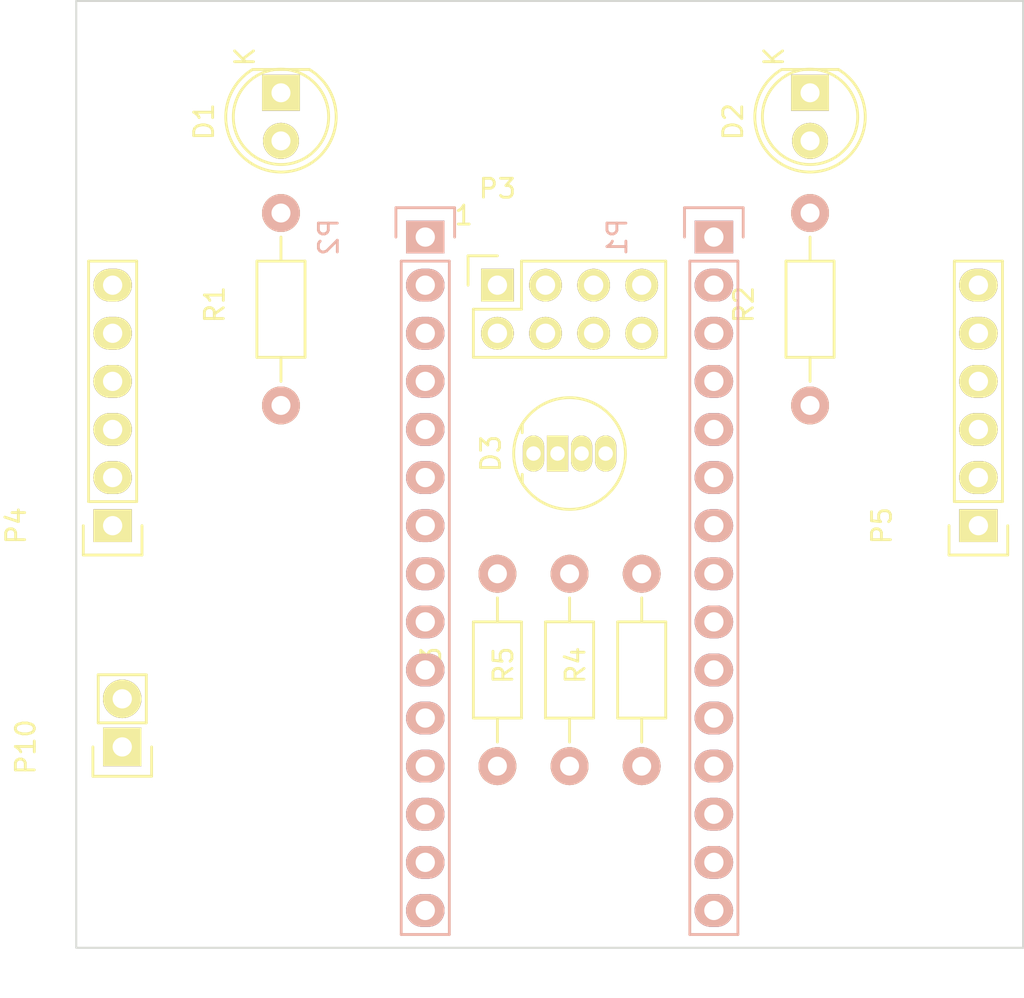
<source format=kicad_pcb>
(kicad_pcb (version 4) (host pcbnew 4.0.1-stable)

  (general
    (links 34)
    (no_connects 34)
    (area 119.949999 64.949999 170.050001 115.050001)
    (thickness 1.6)
    (drawings 11)
    (tracks 0)
    (zones 0)
    (modules 15)
    (nets 37)
  )

  (page A4)
  (title_block
    (date "jeu. 02 avril 2015")
  )

  (layers
    (0 F.Cu signal)
    (31 B.Cu signal)
    (32 B.Adhes user)
    (33 F.Adhes user)
    (34 B.Paste user)
    (35 F.Paste user)
    (36 B.SilkS user)
    (37 F.SilkS user)
    (38 B.Mask user)
    (39 F.Mask user)
    (40 Dwgs.User user)
    (41 Cmts.User user)
    (42 Eco1.User user)
    (43 Eco2.User user)
    (44 Edge.Cuts user)
    (45 Margin user)
    (46 B.CrtYd user)
    (47 F.CrtYd user)
    (48 B.Fab user)
    (49 F.Fab user)
  )

  (setup
    (last_trace_width 0.305)
    (trace_clearance 0.2)
    (zone_clearance 0.508)
    (zone_45_only no)
    (trace_min 0.2)
    (segment_width 0.15)
    (edge_width 0.1)
    (via_size 0.75)
    (via_drill 0.4)
    (via_min_size 0.75)
    (via_min_drill 0.4)
    (uvia_size 0.3)
    (uvia_drill 0.1)
    (uvias_allowed no)
    (uvia_min_size 0.2)
    (uvia_min_drill 0.1)
    (pcb_text_width 0.3)
    (pcb_text_size 1.5 1.5)
    (mod_edge_width 0.15)
    (mod_text_size 1 1)
    (mod_text_width 0.15)
    (pad_size 1.5 1.5)
    (pad_drill 0.6)
    (pad_to_mask_clearance 0)
    (aux_axis_origin 138.176 110.617)
    (visible_elements 7FFFFFFF)
    (pcbplotparams
      (layerselection 0x00030_80000001)
      (usegerberextensions false)
      (excludeedgelayer true)
      (linewidth 0.100000)
      (plotframeref false)
      (viasonmask false)
      (mode 1)
      (useauxorigin false)
      (hpglpennumber 1)
      (hpglpenspeed 20)
      (hpglpendiameter 15)
      (hpglpenoverlay 2)
      (psnegative false)
      (psa4output false)
      (plotreference true)
      (plotvalue true)
      (plotinvisibletext false)
      (padsonsilk false)
      (subtractmaskfromsilk false)
      (outputformat 1)
      (mirror false)
      (drillshape 1)
      (scaleselection 1)
      (outputdirectory ""))
  )

  (net 0 "")
  (net 1 GND)
  (net 2 /7)
  (net 3 /8)
  (net 4 /A0)
  (net 5 "/13(SCK)")
  (net 6 "Net-(P3-Pad8)")
  (net 7 /LED_RED)
  (net 8 /LED_GREEN)
  (net 9 /RGB_RED)
  (net 10 /RGB_BLUE)
  (net 11 /RGB_GREEN)
  (net 12 "Net-(P1-Pad1)")
  (net 13 "Net-(P1-Pad2)")
  (net 14 "Net-(P1-Pad3)")
  (net 15 "Net-(P1-Pad5)")
  (net 16 /3)
  (net 17 "Net-(P1-Pad7)")
  (net 18 /5)
  (net 19 /6)
  (net 20 "Net-(P1-Pad10)")
  (net 21 /9)
  (net 22 "/10(SS)")
  (net 23 "Net-(P2-Pad1)")
  (net 24 "Net-(P2-Pad3)")
  (net 25 /5V)
  (net 26 "Net-(P2-Pad5)")
  (net 27 "Net-(P2-Pad6)")
  (net 28 "/A5(SCL)")
  (net 29 "/A4(SDA)")
  (net 30 "Net-(P2-Pad9)")
  (net 31 "Net-(P2-Pad10)")
  (net 32 "Net-(P2-Pad13)")
  (net 33 /3V3)
  (net 34 "/11(MOSI)")
  (net 35 "/12(MISO)")
  (net 36 /A1)

  (net_class Default "This is the default net class."
    (clearance 0.2)
    (trace_width 0.305)
    (via_dia 0.75)
    (via_drill 0.4)
    (uvia_dia 0.3)
    (uvia_drill 0.1)
    (add_net "/10(SS)")
    (add_net "/11(MOSI)")
    (add_net "/12(MISO)")
    (add_net "/13(SCK)")
    (add_net /3)
    (add_net /3V3)
    (add_net /5)
    (add_net /5V)
    (add_net /6)
    (add_net /7)
    (add_net /8)
    (add_net /9)
    (add_net /A0)
    (add_net /A1)
    (add_net "/A4(SDA)")
    (add_net "/A5(SCL)")
    (add_net /LED_GREEN)
    (add_net /LED_RED)
    (add_net /RGB_BLUE)
    (add_net /RGB_GREEN)
    (add_net /RGB_RED)
    (add_net GND)
    (add_net "Net-(P1-Pad1)")
    (add_net "Net-(P1-Pad10)")
    (add_net "Net-(P1-Pad2)")
    (add_net "Net-(P1-Pad3)")
    (add_net "Net-(P1-Pad5)")
    (add_net "Net-(P1-Pad7)")
    (add_net "Net-(P2-Pad1)")
    (add_net "Net-(P2-Pad10)")
    (add_net "Net-(P2-Pad13)")
    (add_net "Net-(P2-Pad3)")
    (add_net "Net-(P2-Pad5)")
    (add_net "Net-(P2-Pad6)")
    (add_net "Net-(P2-Pad9)")
    (add_net "Net-(P3-Pad8)")
  )

  (net_class Fat ""
    (clearance 0.2)
    (trace_width 0.813)
    (via_dia 0.75)
    (via_drill 0.4)
    (uvia_dia 0.3)
    (uvia_drill 0.1)
  )

  (net_class Wide ""
    (clearance 0.2)
    (trace_width 0.406)
    (via_dia 0.75)
    (via_drill 0.4)
    (uvia_dia 0.3)
    (uvia_drill 0.1)
  )

  (module Socket_Arduino_Nano:1pin_Nano locked (layer F.Cu) (tedit 5716292C) (tstamp 55211562)
    (at 153.416 73.787)
    (descr "module 1 pin (ou trou mecanique de percage)")
    (tags DEV)
    (path /57169F53)
    (fp_text reference P6 (at 0 -2.032) (layer F.SilkS) hide
      (effects (font (size 1 1) (thickness 0.15)))
    )
    (fp_text value CONN_01X02 (at 0 2.032) (layer F.Fab) hide
      (effects (font (size 1 1) (thickness 0.15)))
    )
  )

  (module Socket_Strips:Socket_Strip_Straight_2x04 (layer F.Cu) (tedit 0) (tstamp 5716298A)
    (at 142.24 80.01)
    (descr "Through hole socket strip")
    (tags "socket strip")
    (path /571623F2)
    (fp_text reference P3 (at 0 -5.1) (layer F.SilkS)
      (effects (font (size 1 1) (thickness 0.15)))
    )
    (fp_text value CONN_02X04 (at 0 -3.1) (layer F.Fab)
      (effects (font (size 1 1) (thickness 0.15)))
    )
    (fp_line (start -1.75 -1.75) (end -1.75 4.3) (layer F.CrtYd) (width 0.05))
    (fp_line (start 9.4 -1.75) (end 9.4 4.3) (layer F.CrtYd) (width 0.05))
    (fp_line (start -1.75 -1.75) (end 9.4 -1.75) (layer F.CrtYd) (width 0.05))
    (fp_line (start -1.75 4.3) (end 9.4 4.3) (layer F.CrtYd) (width 0.05))
    (fp_line (start 1.27 -1.27) (end 8.89 -1.27) (layer F.SilkS) (width 0.15))
    (fp_line (start 8.89 -1.27) (end 8.89 3.81) (layer F.SilkS) (width 0.15))
    (fp_line (start 8.89 3.81) (end -1.27 3.81) (layer F.SilkS) (width 0.15))
    (fp_line (start -1.27 3.81) (end -1.27 1.27) (layer F.SilkS) (width 0.15))
    (fp_line (start 0 -1.55) (end -1.55 -1.55) (layer F.SilkS) (width 0.15))
    (fp_line (start -1.27 1.27) (end 1.27 1.27) (layer F.SilkS) (width 0.15))
    (fp_line (start 1.27 1.27) (end 1.27 -1.27) (layer F.SilkS) (width 0.15))
    (fp_line (start -1.55 -1.55) (end -1.55 0) (layer F.SilkS) (width 0.15))
    (pad 1 thru_hole rect (at 0 0) (size 1.7272 1.7272) (drill 1.016) (layers *.Cu *.Mask F.SilkS)
      (net 1 GND))
    (pad 2 thru_hole oval (at 0 2.54) (size 1.7272 1.7272) (drill 1.016) (layers *.Cu *.Mask F.SilkS)
      (net 33 /3V3))
    (pad 3 thru_hole oval (at 2.54 0) (size 1.7272 1.7272) (drill 1.016) (layers *.Cu *.Mask F.SilkS)
      (net 2 /7))
    (pad 4 thru_hole oval (at 2.54 2.54) (size 1.7272 1.7272) (drill 1.016) (layers *.Cu *.Mask F.SilkS)
      (net 3 /8))
    (pad 5 thru_hole oval (at 5.08 0) (size 1.7272 1.7272) (drill 1.016) (layers *.Cu *.Mask F.SilkS)
      (net 5 "/13(SCK)"))
    (pad 6 thru_hole oval (at 5.08 2.54) (size 1.7272 1.7272) (drill 1.016) (layers *.Cu *.Mask F.SilkS)
      (net 34 "/11(MOSI)"))
    (pad 7 thru_hole oval (at 7.62 0) (size 1.7272 1.7272) (drill 1.016) (layers *.Cu *.Mask F.SilkS)
      (net 35 "/12(MISO)"))
    (pad 8 thru_hole oval (at 7.62 2.54) (size 1.7272 1.7272) (drill 1.016) (layers *.Cu *.Mask F.SilkS)
      (net 6 "Net-(P3-Pad8)"))
    (model Socket_Strips.3dshapes/Socket_Strip_Straight_2x04.wrl
      (at (xyz 0.15 -0.05 0))
      (scale (xyz 1 1 1))
      (rotate (xyz 0 0 180))
    )
  )

  (module Socket_Strips:Socket_Strip_Straight_1x15 (layer B.Cu) (tedit 0) (tstamp 571629F3)
    (at 153.67 77.47 270)
    (descr "Through hole socket strip")
    (tags "socket strip")
    (path /551D9496)
    (fp_text reference P1 (at 0 5.1 270) (layer B.SilkS)
      (effects (font (size 1 1) (thickness 0.15)) (justify mirror))
    )
    (fp_text value Digital (at 0 3.1 270) (layer B.Fab)
      (effects (font (size 1 1) (thickness 0.15)) (justify mirror))
    )
    (fp_line (start -1.75 1.75) (end -1.75 -1.75) (layer B.CrtYd) (width 0.05))
    (fp_line (start 37.35 1.75) (end 37.35 -1.75) (layer B.CrtYd) (width 0.05))
    (fp_line (start -1.75 1.75) (end 37.35 1.75) (layer B.CrtYd) (width 0.05))
    (fp_line (start -1.75 -1.75) (end 37.35 -1.75) (layer B.CrtYd) (width 0.05))
    (fp_line (start 1.27 1.27) (end 36.83 1.27) (layer B.SilkS) (width 0.15))
    (fp_line (start 36.83 1.27) (end 36.83 -1.27) (layer B.SilkS) (width 0.15))
    (fp_line (start 36.83 -1.27) (end 1.27 -1.27) (layer B.SilkS) (width 0.15))
    (fp_line (start -1.55 -1.55) (end 0 -1.55) (layer B.SilkS) (width 0.15))
    (fp_line (start 1.27 -1.27) (end 1.27 1.27) (layer B.SilkS) (width 0.15))
    (fp_line (start 0 1.55) (end -1.55 1.55) (layer B.SilkS) (width 0.15))
    (fp_line (start -1.55 1.55) (end -1.55 -1.55) (layer B.SilkS) (width 0.15))
    (pad 1 thru_hole rect (at 0 0 270) (size 1.7272 2.032) (drill 1.016) (layers *.Cu *.Mask B.SilkS)
      (net 12 "Net-(P1-Pad1)"))
    (pad 2 thru_hole oval (at 2.54 0 270) (size 1.7272 2.032) (drill 1.016) (layers *.Cu *.Mask B.SilkS)
      (net 13 "Net-(P1-Pad2)"))
    (pad 3 thru_hole oval (at 5.08 0 270) (size 1.7272 2.032) (drill 1.016) (layers *.Cu *.Mask B.SilkS)
      (net 14 "Net-(P1-Pad3)"))
    (pad 4 thru_hole oval (at 7.62 0 270) (size 1.7272 2.032) (drill 1.016) (layers *.Cu *.Mask B.SilkS)
      (net 1 GND))
    (pad 5 thru_hole oval (at 10.16 0 270) (size 1.7272 2.032) (drill 1.016) (layers *.Cu *.Mask B.SilkS)
      (net 15 "Net-(P1-Pad5)"))
    (pad 6 thru_hole oval (at 12.7 0 270) (size 1.7272 2.032) (drill 1.016) (layers *.Cu *.Mask B.SilkS)
      (net 16 /3))
    (pad 7 thru_hole oval (at 15.24 0 270) (size 1.7272 2.032) (drill 1.016) (layers *.Cu *.Mask B.SilkS)
      (net 17 "Net-(P1-Pad7)"))
    (pad 8 thru_hole oval (at 17.78 0 270) (size 1.7272 2.032) (drill 1.016) (layers *.Cu *.Mask B.SilkS)
      (net 18 /5))
    (pad 9 thru_hole oval (at 20.32 0 270) (size 1.7272 2.032) (drill 1.016) (layers *.Cu *.Mask B.SilkS)
      (net 19 /6))
    (pad 10 thru_hole oval (at 22.86 0 270) (size 1.7272 2.032) (drill 1.016) (layers *.Cu *.Mask B.SilkS)
      (net 20 "Net-(P1-Pad10)"))
    (pad 11 thru_hole oval (at 25.4 0 270) (size 1.7272 2.032) (drill 1.016) (layers *.Cu *.Mask B.SilkS)
      (net 3 /8))
    (pad 12 thru_hole oval (at 27.94 0 270) (size 1.7272 2.032) (drill 1.016) (layers *.Cu *.Mask B.SilkS)
      (net 21 /9))
    (pad 13 thru_hole oval (at 30.48 0 270) (size 1.7272 2.032) (drill 1.016) (layers *.Cu *.Mask B.SilkS)
      (net 22 "/10(SS)"))
    (pad 14 thru_hole oval (at 33.02 0 270) (size 1.7272 2.032) (drill 1.016) (layers *.Cu *.Mask B.SilkS)
      (net 34 "/11(MOSI)"))
    (pad 15 thru_hole oval (at 35.56 0 270) (size 1.7272 2.032) (drill 1.016) (layers *.Cu *.Mask B.SilkS)
      (net 35 "/12(MISO)"))
    (model Socket_Strips.3dshapes/Socket_Strip_Straight_1x15.wrl
      (at (xyz 0.7 0 0))
      (scale (xyz 1 1 1))
      (rotate (xyz 0 0 180))
    )
  )

  (module Socket_Strips:Socket_Strip_Straight_1x15 (layer B.Cu) (tedit 0) (tstamp 57162A05)
    (at 138.43 77.47 270)
    (descr "Through hole socket strip")
    (tags "socket strip")
    (path /551D94EF)
    (fp_text reference P2 (at 0 5.1 270) (layer B.SilkS)
      (effects (font (size 1 1) (thickness 0.15)) (justify mirror))
    )
    (fp_text value Analog (at 0 3.1 270) (layer B.Fab)
      (effects (font (size 1 1) (thickness 0.15)) (justify mirror))
    )
    (fp_line (start -1.75 1.75) (end -1.75 -1.75) (layer B.CrtYd) (width 0.05))
    (fp_line (start 37.35 1.75) (end 37.35 -1.75) (layer B.CrtYd) (width 0.05))
    (fp_line (start -1.75 1.75) (end 37.35 1.75) (layer B.CrtYd) (width 0.05))
    (fp_line (start -1.75 -1.75) (end 37.35 -1.75) (layer B.CrtYd) (width 0.05))
    (fp_line (start 1.27 1.27) (end 36.83 1.27) (layer B.SilkS) (width 0.15))
    (fp_line (start 36.83 1.27) (end 36.83 -1.27) (layer B.SilkS) (width 0.15))
    (fp_line (start 36.83 -1.27) (end 1.27 -1.27) (layer B.SilkS) (width 0.15))
    (fp_line (start -1.55 -1.55) (end 0 -1.55) (layer B.SilkS) (width 0.15))
    (fp_line (start 1.27 -1.27) (end 1.27 1.27) (layer B.SilkS) (width 0.15))
    (fp_line (start 0 1.55) (end -1.55 1.55) (layer B.SilkS) (width 0.15))
    (fp_line (start -1.55 1.55) (end -1.55 -1.55) (layer B.SilkS) (width 0.15))
    (pad 1 thru_hole rect (at 0 0 270) (size 1.7272 2.032) (drill 1.016) (layers *.Cu *.Mask B.SilkS)
      (net 23 "Net-(P2-Pad1)"))
    (pad 2 thru_hole oval (at 2.54 0 270) (size 1.7272 2.032) (drill 1.016) (layers *.Cu *.Mask B.SilkS)
      (net 1 GND))
    (pad 3 thru_hole oval (at 5.08 0 270) (size 1.7272 2.032) (drill 1.016) (layers *.Cu *.Mask B.SilkS)
      (net 24 "Net-(P2-Pad3)"))
    (pad 4 thru_hole oval (at 7.62 0 270) (size 1.7272 2.032) (drill 1.016) (layers *.Cu *.Mask B.SilkS)
      (net 25 /5V))
    (pad 5 thru_hole oval (at 10.16 0 270) (size 1.7272 2.032) (drill 1.016) (layers *.Cu *.Mask B.SilkS)
      (net 26 "Net-(P2-Pad5)"))
    (pad 6 thru_hole oval (at 12.7 0 270) (size 1.7272 2.032) (drill 1.016) (layers *.Cu *.Mask B.SilkS)
      (net 27 "Net-(P2-Pad6)"))
    (pad 7 thru_hole oval (at 15.24 0 270) (size 1.7272 2.032) (drill 1.016) (layers *.Cu *.Mask B.SilkS)
      (net 28 "/A5(SCL)"))
    (pad 8 thru_hole oval (at 17.78 0 270) (size 1.7272 2.032) (drill 1.016) (layers *.Cu *.Mask B.SilkS)
      (net 29 "/A4(SDA)"))
    (pad 9 thru_hole oval (at 20.32 0 270) (size 1.7272 2.032) (drill 1.016) (layers *.Cu *.Mask B.SilkS)
      (net 30 "Net-(P2-Pad9)"))
    (pad 10 thru_hole oval (at 22.86 0 270) (size 1.7272 2.032) (drill 1.016) (layers *.Cu *.Mask B.SilkS)
      (net 31 "Net-(P2-Pad10)"))
    (pad 11 thru_hole oval (at 25.4 0 270) (size 1.7272 2.032) (drill 1.016) (layers *.Cu *.Mask B.SilkS)
      (net 36 /A1))
    (pad 12 thru_hole oval (at 27.94 0 270) (size 1.7272 2.032) (drill 1.016) (layers *.Cu *.Mask B.SilkS)
      (net 4 /A0))
    (pad 13 thru_hole oval (at 30.48 0 270) (size 1.7272 2.032) (drill 1.016) (layers *.Cu *.Mask B.SilkS)
      (net 32 "Net-(P2-Pad13)"))
    (pad 14 thru_hole oval (at 33.02 0 270) (size 1.7272 2.032) (drill 1.016) (layers *.Cu *.Mask B.SilkS)
      (net 33 /3V3))
    (pad 15 thru_hole oval (at 35.56 0 270) (size 1.7272 2.032) (drill 1.016) (layers *.Cu *.Mask B.SilkS)
      (net 5 "/13(SCK)"))
    (model Socket_Strips.3dshapes/Socket_Strip_Straight_1x15.wrl
      (at (xyz 0.7 0 0))
      (scale (xyz 1 1 1))
      (rotate (xyz 0 0 180))
    )
  )

  (module LEDs:LED-5MM (layer F.Cu) (tedit 5570F7EA) (tstamp 57165DCF)
    (at 130.81 69.85 270)
    (descr "LED 5mm round vertical")
    (tags "LED 5mm round vertical")
    (path /57164DA2)
    (fp_text reference D1 (at 1.524 4.064 270) (layer F.SilkS)
      (effects (font (size 1 1) (thickness 0.15)))
    )
    (fp_text value LED (at 1.524 -3.937 270) (layer F.Fab)
      (effects (font (size 1 1) (thickness 0.15)))
    )
    (fp_line (start -1.5 -1.55) (end -1.5 1.55) (layer F.CrtYd) (width 0.05))
    (fp_arc (start 1.3 0) (end -1.5 1.55) (angle -302) (layer F.CrtYd) (width 0.05))
    (fp_arc (start 1.27 0) (end -1.23 -1.5) (angle 297.5) (layer F.SilkS) (width 0.15))
    (fp_line (start -1.23 1.5) (end -1.23 -1.5) (layer F.SilkS) (width 0.15))
    (fp_circle (center 1.27 0) (end 0.97 -2.5) (layer F.SilkS) (width 0.15))
    (fp_text user K (at -1.905 1.905 270) (layer F.SilkS)
      (effects (font (size 1 1) (thickness 0.15)))
    )
    (pad 1 thru_hole rect (at 0 0) (size 2 1.9) (drill 1.00076) (layers *.Cu *.Mask F.SilkS)
      (net 1 GND))
    (pad 2 thru_hole circle (at 2.54 0 270) (size 1.9 1.9) (drill 1.00076) (layers *.Cu *.Mask F.SilkS)
      (net 7 /LED_RED))
    (model LEDs.3dshapes/LED-5MM.wrl
      (at (xyz 0.05 0 0))
      (scale (xyz 1 1 1))
      (rotate (xyz 0 0 90))
    )
  )

  (module LEDs:LED-5MM (layer F.Cu) (tedit 5570F7EA) (tstamp 57165DD5)
    (at 158.75 69.85 270)
    (descr "LED 5mm round vertical")
    (tags "LED 5mm round vertical")
    (path /57164DE5)
    (fp_text reference D2 (at 1.524 4.064 270) (layer F.SilkS)
      (effects (font (size 1 1) (thickness 0.15)))
    )
    (fp_text value LED (at 1.524 -3.937 270) (layer F.Fab)
      (effects (font (size 1 1) (thickness 0.15)))
    )
    (fp_line (start -1.5 -1.55) (end -1.5 1.55) (layer F.CrtYd) (width 0.05))
    (fp_arc (start 1.3 0) (end -1.5 1.55) (angle -302) (layer F.CrtYd) (width 0.05))
    (fp_arc (start 1.27 0) (end -1.23 -1.5) (angle 297.5) (layer F.SilkS) (width 0.15))
    (fp_line (start -1.23 1.5) (end -1.23 -1.5) (layer F.SilkS) (width 0.15))
    (fp_circle (center 1.27 0) (end 0.97 -2.5) (layer F.SilkS) (width 0.15))
    (fp_text user K (at -1.905 1.905 270) (layer F.SilkS)
      (effects (font (size 1 1) (thickness 0.15)))
    )
    (pad 1 thru_hole rect (at 0 0) (size 2 1.9) (drill 1.00076) (layers *.Cu *.Mask F.SilkS)
      (net 1 GND))
    (pad 2 thru_hole circle (at 2.54 0 270) (size 1.9 1.9) (drill 1.00076) (layers *.Cu *.Mask F.SilkS)
      (net 8 /LED_GREEN))
    (model LEDs.3dshapes/LED-5MM.wrl
      (at (xyz 0.05 0 0))
      (scale (xyz 1 1 1))
      (rotate (xyz 0 0 90))
    )
  )

  (module LEDs:LED-RGB-5MM_Common_Cathode (layer F.Cu) (tedit 55A0859C) (tstamp 57165DDD)
    (at 144.145 88.9 90)
    (descr "5mm common cathode RGB LED")
    (tags "RGB LED 5mm Common Cathode")
    (path /5716500B)
    (fp_text reference D3 (at 0 -2.25 90) (layer F.SilkS)
      (effects (font (size 1 1) (thickness 0.15)))
    )
    (fp_text value LED_RCBG (at 0 6.25 90) (layer F.Fab)
      (effects (font (size 1 1) (thickness 0.15)))
    )
    (fp_circle (center 0 1.905) (end 3.2 1.905) (layer F.CrtYd) (width 0.05))
    (fp_line (start -1.1 -0.595) (end -1.55 -0.595) (layer F.SilkS) (width 0.15))
    (fp_circle (center 0 1.905) (end 2.95 1.905) (layer F.SilkS) (width 0.15))
    (fp_line (start 1.1 -0.595) (end 1.55 -0.595) (layer F.SilkS) (width 0.15))
    (pad 1 thru_hole oval (at 0 0 90) (size 1.905 1.1176) (drill 0.762) (layers *.Cu *.Mask F.SilkS)
      (net 9 /RGB_RED))
    (pad 2 thru_hole rect (at 0 1.27 90) (size 1.905 1.1176) (drill 0.762) (layers *.Cu *.Mask F.SilkS)
      (net 1 GND))
    (pad 3 thru_hole oval (at 0 2.54 90) (size 1.905 1.1176) (drill 0.762) (layers *.Cu *.Mask F.SilkS)
      (net 10 /RGB_BLUE))
    (pad 4 thru_hole oval (at 0 3.81 90) (size 1.905 1.1176) (drill 0.762) (layers *.Cu *.Mask F.SilkS)
      (net 11 /RGB_GREEN))
  )

  (module Socket_Strips:Socket_Strip_Straight_1x06 (layer F.Cu) (tedit 0) (tstamp 57165DDE)
    (at 121.92 92.71 90)
    (descr "Through hole socket strip")
    (tags "socket strip")
    (path /57166711)
    (fp_text reference P4 (at 0 -5.1 90) (layer F.SilkS)
      (effects (font (size 1 1) (thickness 0.15)))
    )
    (fp_text value CONN_01X06 (at 0 -3.1 90) (layer F.Fab)
      (effects (font (size 1 1) (thickness 0.15)))
    )
    (fp_line (start -1.75 -1.75) (end -1.75 1.75) (layer F.CrtYd) (width 0.05))
    (fp_line (start 14.45 -1.75) (end 14.45 1.75) (layer F.CrtYd) (width 0.05))
    (fp_line (start -1.75 -1.75) (end 14.45 -1.75) (layer F.CrtYd) (width 0.05))
    (fp_line (start -1.75 1.75) (end 14.45 1.75) (layer F.CrtYd) (width 0.05))
    (fp_line (start 1.27 1.27) (end 13.97 1.27) (layer F.SilkS) (width 0.15))
    (fp_line (start 13.97 1.27) (end 13.97 -1.27) (layer F.SilkS) (width 0.15))
    (fp_line (start 13.97 -1.27) (end 1.27 -1.27) (layer F.SilkS) (width 0.15))
    (fp_line (start -1.55 1.55) (end 0 1.55) (layer F.SilkS) (width 0.15))
    (fp_line (start 1.27 1.27) (end 1.27 -1.27) (layer F.SilkS) (width 0.15))
    (fp_line (start 0 -1.55) (end -1.55 -1.55) (layer F.SilkS) (width 0.15))
    (fp_line (start -1.55 -1.55) (end -1.55 1.55) (layer F.SilkS) (width 0.15))
    (pad 1 thru_hole rect (at 0 0 90) (size 1.7272 2.032) (drill 1.016) (layers *.Cu *.Mask F.SilkS)
      (net 1 GND))
    (pad 2 thru_hole oval (at 2.54 0 90) (size 1.7272 2.032) (drill 1.016) (layers *.Cu *.Mask F.SilkS)
      (net 33 /3V3))
    (pad 3 thru_hole oval (at 5.08 0 90) (size 1.7272 2.032) (drill 1.016) (layers *.Cu *.Mask F.SilkS)
      (net 28 "/A5(SCL)"))
    (pad 4 thru_hole oval (at 7.62 0 90) (size 1.7272 2.032) (drill 1.016) (layers *.Cu *.Mask F.SilkS)
      (net 29 "/A4(SDA)"))
    (pad 5 thru_hole oval (at 10.16 0 90) (size 1.7272 2.032) (drill 1.016) (layers *.Cu *.Mask F.SilkS)
      (net 36 /A1))
    (pad 6 thru_hole oval (at 12.7 0 90) (size 1.7272 2.032) (drill 1.016) (layers *.Cu *.Mask F.SilkS)
      (net 4 /A0))
    (model Socket_Strips.3dshapes/Socket_Strip_Straight_1x06.wrl
      (at (xyz 0.25 0 0))
      (scale (xyz 1 1 1))
      (rotate (xyz 0 0 180))
    )
  )

  (module Socket_Strips:Socket_Strip_Straight_1x06 (layer F.Cu) (tedit 0) (tstamp 57165DE7)
    (at 167.64 92.71 90)
    (descr "Through hole socket strip")
    (tags "socket strip")
    (path /5716677F)
    (fp_text reference P5 (at 0 -5.1 90) (layer F.SilkS)
      (effects (font (size 1 1) (thickness 0.15)))
    )
    (fp_text value CONN_01X06 (at 0 -3.1 90) (layer F.Fab)
      (effects (font (size 1 1) (thickness 0.15)))
    )
    (fp_line (start -1.75 -1.75) (end -1.75 1.75) (layer F.CrtYd) (width 0.05))
    (fp_line (start 14.45 -1.75) (end 14.45 1.75) (layer F.CrtYd) (width 0.05))
    (fp_line (start -1.75 -1.75) (end 14.45 -1.75) (layer F.CrtYd) (width 0.05))
    (fp_line (start -1.75 1.75) (end 14.45 1.75) (layer F.CrtYd) (width 0.05))
    (fp_line (start 1.27 1.27) (end 13.97 1.27) (layer F.SilkS) (width 0.15))
    (fp_line (start 13.97 1.27) (end 13.97 -1.27) (layer F.SilkS) (width 0.15))
    (fp_line (start 13.97 -1.27) (end 1.27 -1.27) (layer F.SilkS) (width 0.15))
    (fp_line (start -1.55 1.55) (end 0 1.55) (layer F.SilkS) (width 0.15))
    (fp_line (start 1.27 1.27) (end 1.27 -1.27) (layer F.SilkS) (width 0.15))
    (fp_line (start 0 -1.55) (end -1.55 -1.55) (layer F.SilkS) (width 0.15))
    (fp_line (start -1.55 -1.55) (end -1.55 1.55) (layer F.SilkS) (width 0.15))
    (pad 1 thru_hole rect (at 0 0 90) (size 1.7272 2.032) (drill 1.016) (layers *.Cu *.Mask F.SilkS)
      (net 1 GND))
    (pad 2 thru_hole oval (at 2.54 0 90) (size 1.7272 2.032) (drill 1.016) (layers *.Cu *.Mask F.SilkS)
      (net 33 /3V3))
    (pad 3 thru_hole oval (at 5.08 0 90) (size 1.7272 2.032) (drill 1.016) (layers *.Cu *.Mask F.SilkS)
      (net 5 "/13(SCK)"))
    (pad 4 thru_hole oval (at 7.62 0 90) (size 1.7272 2.032) (drill 1.016) (layers *.Cu *.Mask F.SilkS)
      (net 35 "/12(MISO)"))
    (pad 5 thru_hole oval (at 10.16 0 90) (size 1.7272 2.032) (drill 1.016) (layers *.Cu *.Mask F.SilkS)
      (net 34 "/11(MOSI)"))
    (pad 6 thru_hole oval (at 12.7 0 90) (size 1.7272 2.032) (drill 1.016) (layers *.Cu *.Mask F.SilkS)
      (net 22 "/10(SS)"))
    (model Socket_Strips.3dshapes/Socket_Strip_Straight_1x06.wrl
      (at (xyz 0.25 0 0))
      (scale (xyz 1 1 1))
      (rotate (xyz 0 0 180))
    )
  )

  (module Resistors_ThroughHole:Resistor_Horizontal_RM10mm (layer F.Cu) (tedit 56648415) (tstamp 57165DF5)
    (at 130.81 86.36 90)
    (descr "Resistor, Axial,  RM 10mm, 1/3W")
    (tags "Resistor Axial RM 10mm 1/3W")
    (path /57164F1E)
    (fp_text reference R1 (at 5.32892 -3.50012 90) (layer F.SilkS)
      (effects (font (size 1 1) (thickness 0.15)))
    )
    (fp_text value 100R (at 5.08 3.81 90) (layer F.Fab)
      (effects (font (size 1 1) (thickness 0.15)))
    )
    (fp_line (start -1.25 -1.5) (end 11.4 -1.5) (layer F.CrtYd) (width 0.05))
    (fp_line (start -1.25 1.5) (end -1.25 -1.5) (layer F.CrtYd) (width 0.05))
    (fp_line (start 11.4 -1.5) (end 11.4 1.5) (layer F.CrtYd) (width 0.05))
    (fp_line (start -1.25 1.5) (end 11.4 1.5) (layer F.CrtYd) (width 0.05))
    (fp_line (start 2.54 -1.27) (end 7.62 -1.27) (layer F.SilkS) (width 0.15))
    (fp_line (start 7.62 -1.27) (end 7.62 1.27) (layer F.SilkS) (width 0.15))
    (fp_line (start 7.62 1.27) (end 2.54 1.27) (layer F.SilkS) (width 0.15))
    (fp_line (start 2.54 1.27) (end 2.54 -1.27) (layer F.SilkS) (width 0.15))
    (fp_line (start 2.54 0) (end 1.27 0) (layer F.SilkS) (width 0.15))
    (fp_line (start 7.62 0) (end 8.89 0) (layer F.SilkS) (width 0.15))
    (pad 1 thru_hole circle (at 0 0 90) (size 1.99898 1.99898) (drill 1.00076) (layers *.Cu *.SilkS *.Mask)
      (net 21 /9))
    (pad 2 thru_hole circle (at 10.16 0 90) (size 1.99898 1.99898) (drill 1.00076) (layers *.Cu *.SilkS *.Mask)
      (net 7 /LED_RED))
    (model Resistors_ThroughHole.3dshapes/Resistor_Horizontal_RM10mm.wrl
      (at (xyz 0.2 0 0))
      (scale (xyz 0.4 0.4 0.4))
      (rotate (xyz 0 0 0))
    )
  )

  (module Resistors_ThroughHole:Resistor_Horizontal_RM10mm (layer F.Cu) (tedit 56648415) (tstamp 57165DFB)
    (at 158.75 86.36 90)
    (descr "Resistor, Axial,  RM 10mm, 1/3W")
    (tags "Resistor Axial RM 10mm 1/3W")
    (path /57164FC3)
    (fp_text reference R2 (at 5.32892 -3.50012 90) (layer F.SilkS)
      (effects (font (size 1 1) (thickness 0.15)))
    )
    (fp_text value 100R (at 5.08 3.81 90) (layer F.Fab)
      (effects (font (size 1 1) (thickness 0.15)))
    )
    (fp_line (start -1.25 -1.5) (end 11.4 -1.5) (layer F.CrtYd) (width 0.05))
    (fp_line (start -1.25 1.5) (end -1.25 -1.5) (layer F.CrtYd) (width 0.05))
    (fp_line (start 11.4 -1.5) (end 11.4 1.5) (layer F.CrtYd) (width 0.05))
    (fp_line (start -1.25 1.5) (end 11.4 1.5) (layer F.CrtYd) (width 0.05))
    (fp_line (start 2.54 -1.27) (end 7.62 -1.27) (layer F.SilkS) (width 0.15))
    (fp_line (start 7.62 -1.27) (end 7.62 1.27) (layer F.SilkS) (width 0.15))
    (fp_line (start 7.62 1.27) (end 2.54 1.27) (layer F.SilkS) (width 0.15))
    (fp_line (start 2.54 1.27) (end 2.54 -1.27) (layer F.SilkS) (width 0.15))
    (fp_line (start 2.54 0) (end 1.27 0) (layer F.SilkS) (width 0.15))
    (fp_line (start 7.62 0) (end 8.89 0) (layer F.SilkS) (width 0.15))
    (pad 1 thru_hole circle (at 0 0 90) (size 1.99898 1.99898) (drill 1.00076) (layers *.Cu *.SilkS *.Mask)
      (net 3 /8))
    (pad 2 thru_hole circle (at 10.16 0 90) (size 1.99898 1.99898) (drill 1.00076) (layers *.Cu *.SilkS *.Mask)
      (net 8 /LED_GREEN))
    (model Resistors_ThroughHole.3dshapes/Resistor_Horizontal_RM10mm.wrl
      (at (xyz 0.2 0 0))
      (scale (xyz 0.4 0.4 0.4))
      (rotate (xyz 0 0 0))
    )
  )

  (module Resistors_ThroughHole:Resistor_Horizontal_RM10mm (layer F.Cu) (tedit 56648415) (tstamp 57165E01)
    (at 142.24 105.41 90)
    (descr "Resistor, Axial,  RM 10mm, 1/3W")
    (tags "Resistor Axial RM 10mm 1/3W")
    (path /57165092)
    (fp_text reference R3 (at 5.32892 -3.50012 90) (layer F.SilkS)
      (effects (font (size 1 1) (thickness 0.15)))
    )
    (fp_text value 180R (at 5.08 3.81 90) (layer F.Fab)
      (effects (font (size 1 1) (thickness 0.15)))
    )
    (fp_line (start -1.25 -1.5) (end 11.4 -1.5) (layer F.CrtYd) (width 0.05))
    (fp_line (start -1.25 1.5) (end -1.25 -1.5) (layer F.CrtYd) (width 0.05))
    (fp_line (start 11.4 -1.5) (end 11.4 1.5) (layer F.CrtYd) (width 0.05))
    (fp_line (start -1.25 1.5) (end 11.4 1.5) (layer F.CrtYd) (width 0.05))
    (fp_line (start 2.54 -1.27) (end 7.62 -1.27) (layer F.SilkS) (width 0.15))
    (fp_line (start 7.62 -1.27) (end 7.62 1.27) (layer F.SilkS) (width 0.15))
    (fp_line (start 7.62 1.27) (end 2.54 1.27) (layer F.SilkS) (width 0.15))
    (fp_line (start 2.54 1.27) (end 2.54 -1.27) (layer F.SilkS) (width 0.15))
    (fp_line (start 2.54 0) (end 1.27 0) (layer F.SilkS) (width 0.15))
    (fp_line (start 7.62 0) (end 8.89 0) (layer F.SilkS) (width 0.15))
    (pad 1 thru_hole circle (at 0 0 90) (size 1.99898 1.99898) (drill 1.00076) (layers *.Cu *.SilkS *.Mask)
      (net 16 /3))
    (pad 2 thru_hole circle (at 10.16 0 90) (size 1.99898 1.99898) (drill 1.00076) (layers *.Cu *.SilkS *.Mask)
      (net 9 /RGB_RED))
    (model Resistors_ThroughHole.3dshapes/Resistor_Horizontal_RM10mm.wrl
      (at (xyz 0.2 0 0))
      (scale (xyz 0.4 0.4 0.4))
      (rotate (xyz 0 0 0))
    )
  )

  (module Resistors_ThroughHole:Resistor_Horizontal_RM10mm (layer F.Cu) (tedit 56648415) (tstamp 57165E07)
    (at 149.86 105.41 90)
    (descr "Resistor, Axial,  RM 10mm, 1/3W")
    (tags "Resistor Axial RM 10mm 1/3W")
    (path /57165157)
    (fp_text reference R4 (at 5.32892 -3.50012 90) (layer F.SilkS)
      (effects (font (size 1 1) (thickness 0.15)))
    )
    (fp_text value 100R (at 5.08 3.81 90) (layer F.Fab)
      (effects (font (size 1 1) (thickness 0.15)))
    )
    (fp_line (start -1.25 -1.5) (end 11.4 -1.5) (layer F.CrtYd) (width 0.05))
    (fp_line (start -1.25 1.5) (end -1.25 -1.5) (layer F.CrtYd) (width 0.05))
    (fp_line (start 11.4 -1.5) (end 11.4 1.5) (layer F.CrtYd) (width 0.05))
    (fp_line (start -1.25 1.5) (end 11.4 1.5) (layer F.CrtYd) (width 0.05))
    (fp_line (start 2.54 -1.27) (end 7.62 -1.27) (layer F.SilkS) (width 0.15))
    (fp_line (start 7.62 -1.27) (end 7.62 1.27) (layer F.SilkS) (width 0.15))
    (fp_line (start 7.62 1.27) (end 2.54 1.27) (layer F.SilkS) (width 0.15))
    (fp_line (start 2.54 1.27) (end 2.54 -1.27) (layer F.SilkS) (width 0.15))
    (fp_line (start 2.54 0) (end 1.27 0) (layer F.SilkS) (width 0.15))
    (fp_line (start 7.62 0) (end 8.89 0) (layer F.SilkS) (width 0.15))
    (pad 1 thru_hole circle (at 0 0 90) (size 1.99898 1.99898) (drill 1.00076) (layers *.Cu *.SilkS *.Mask)
      (net 18 /5))
    (pad 2 thru_hole circle (at 10.16 0 90) (size 1.99898 1.99898) (drill 1.00076) (layers *.Cu *.SilkS *.Mask)
      (net 11 /RGB_GREEN))
    (model Resistors_ThroughHole.3dshapes/Resistor_Horizontal_RM10mm.wrl
      (at (xyz 0.2 0 0))
      (scale (xyz 0.4 0.4 0.4))
      (rotate (xyz 0 0 0))
    )
  )

  (module Resistors_ThroughHole:Resistor_Horizontal_RM10mm (layer F.Cu) (tedit 56648415) (tstamp 57165E0D)
    (at 146.05 105.41 90)
    (descr "Resistor, Axial,  RM 10mm, 1/3W")
    (tags "Resistor Axial RM 10mm 1/3W")
    (path /57165199)
    (fp_text reference R5 (at 5.32892 -3.50012 90) (layer F.SilkS)
      (effects (font (size 1 1) (thickness 0.15)))
    )
    (fp_text value 100R (at 5.08 3.81 90) (layer F.Fab)
      (effects (font (size 1 1) (thickness 0.15)))
    )
    (fp_line (start -1.25 -1.5) (end 11.4 -1.5) (layer F.CrtYd) (width 0.05))
    (fp_line (start -1.25 1.5) (end -1.25 -1.5) (layer F.CrtYd) (width 0.05))
    (fp_line (start 11.4 -1.5) (end 11.4 1.5) (layer F.CrtYd) (width 0.05))
    (fp_line (start -1.25 1.5) (end 11.4 1.5) (layer F.CrtYd) (width 0.05))
    (fp_line (start 2.54 -1.27) (end 7.62 -1.27) (layer F.SilkS) (width 0.15))
    (fp_line (start 7.62 -1.27) (end 7.62 1.27) (layer F.SilkS) (width 0.15))
    (fp_line (start 7.62 1.27) (end 2.54 1.27) (layer F.SilkS) (width 0.15))
    (fp_line (start 2.54 1.27) (end 2.54 -1.27) (layer F.SilkS) (width 0.15))
    (fp_line (start 2.54 0) (end 1.27 0) (layer F.SilkS) (width 0.15))
    (fp_line (start 7.62 0) (end 8.89 0) (layer F.SilkS) (width 0.15))
    (pad 1 thru_hole circle (at 0 0 90) (size 1.99898 1.99898) (drill 1.00076) (layers *.Cu *.SilkS *.Mask)
      (net 19 /6))
    (pad 2 thru_hole circle (at 10.16 0 90) (size 1.99898 1.99898) (drill 1.00076) (layers *.Cu *.SilkS *.Mask)
      (net 10 /RGB_BLUE))
    (model Resistors_ThroughHole.3dshapes/Resistor_Horizontal_RM10mm.wrl
      (at (xyz 0.2 0 0))
      (scale (xyz 0.4 0.4 0.4))
      (rotate (xyz 0 0 0))
    )
  )

  (module Socket_Strips:Socket_Strip_Straight_1x02 (layer F.Cu) (tedit 54E9F75E) (tstamp 57169D0F)
    (at 122.428 104.394 90)
    (descr "Through hole socket strip")
    (tags "socket strip")
    (path /57169F53)
    (fp_text reference P10 (at 0 -5.1 90) (layer F.SilkS)
      (effects (font (size 1 1) (thickness 0.15)))
    )
    (fp_text value CONN_01X02 (at 0 -3.1 90) (layer F.Fab)
      (effects (font (size 1 1) (thickness 0.15)))
    )
    (fp_line (start -1.55 1.55) (end 0 1.55) (layer F.SilkS) (width 0.15))
    (fp_line (start 3.81 1.27) (end 1.27 1.27) (layer F.SilkS) (width 0.15))
    (fp_line (start -1.75 -1.75) (end -1.75 1.75) (layer F.CrtYd) (width 0.05))
    (fp_line (start 4.3 -1.75) (end 4.3 1.75) (layer F.CrtYd) (width 0.05))
    (fp_line (start -1.75 -1.75) (end 4.3 -1.75) (layer F.CrtYd) (width 0.05))
    (fp_line (start -1.75 1.75) (end 4.3 1.75) (layer F.CrtYd) (width 0.05))
    (fp_line (start 1.27 1.27) (end 1.27 -1.27) (layer F.SilkS) (width 0.15))
    (fp_line (start 0 -1.55) (end -1.55 -1.55) (layer F.SilkS) (width 0.15))
    (fp_line (start -1.55 -1.55) (end -1.55 1.55) (layer F.SilkS) (width 0.15))
    (fp_line (start 1.27 -1.27) (end 3.81 -1.27) (layer F.SilkS) (width 0.15))
    (fp_line (start 3.81 -1.27) (end 3.81 1.27) (layer F.SilkS) (width 0.15))
    (pad 1 thru_hole rect (at 0 0 90) (size 2.032 2.032) (drill 1.016) (layers *.Cu *.Mask F.SilkS)
      (net 1 GND))
    (pad 2 thru_hole oval (at 2.54 0 90) (size 2.032 2.032) (drill 1.016) (layers *.Cu *.Mask F.SilkS)
      (net 25 /5V))
    (model Socket_Strips.3dshapes/Socket_Strip_Straight_1x02.wrl
      (at (xyz 0.05 0 0))
      (scale (xyz 1 1 1))
      (rotate (xyz 0 0 180))
    )
  )

  (gr_line (start 170 115) (end 170 65) (angle 90) (layer Edge.Cuts) (width 0.1))
  (gr_line (start 120 115) (end 170 115) (angle 90) (layer Edge.Cuts) (width 0.1))
  (gr_line (start 120 65) (end 120 115) (angle 90) (layer Edge.Cuts) (width 0.1))
  (gr_line (start 170 65) (end 120 65) (angle 90) (layer Edge.Cuts) (width 0.1))
  (gr_text 1 (at 140.462 76.327) (layer F.SilkS)
    (effects (font (size 1 1) (thickness 0.15)))
  )
  (gr_line (start 149.352 117.602) (end 149.352 115.697) (angle 90) (layer Dwgs.User) (width 0.15))
  (gr_line (start 149.352 108.077) (end 149.352 115.697) (angle 90) (layer Dwgs.User) (width 0.15))
  (gr_line (start 142.24 108.077) (end 149.352 108.077) (angle 90) (layer Dwgs.User) (width 0.15))
  (gr_line (start 142.24 115.697) (end 142.24 108.077) (angle 90) (layer Dwgs.User) (width 0.15))
  (gr_line (start 142.24 117.602) (end 149.352 117.602) (angle 90) (layer Dwgs.User) (width 0.15))
  (gr_line (start 142.24 115.697) (end 142.24 117.602) (angle 90) (layer Dwgs.User) (width 0.15))

)

</source>
